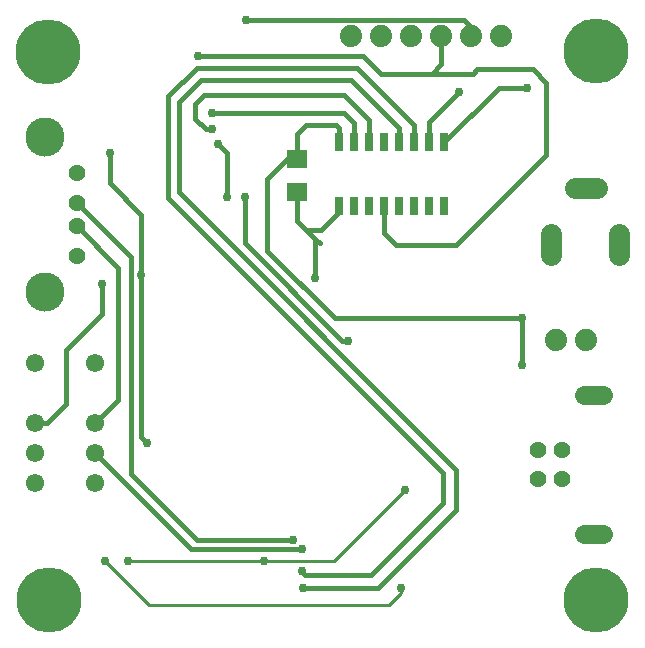
<source format=gbr>
G04 EAGLE Gerber RS-274X export*
G75*
%MOMM*%
%FSLAX34Y34*%
%LPD*%
%INBottom Copper*%
%IPPOS*%
%AMOC8*
5,1,8,0,0,1.08239X$1,22.5*%
G01*
%ADD10C,1.800000*%
%ADD11C,1.550000*%
%ADD12C,3.316000*%
%ADD13C,1.428000*%
%ADD14C,1.600000*%
%ADD15R,0.635000X1.524000*%
%ADD16R,1.800000X1.600000*%
%ADD17C,1.879600*%
%ADD18C,5.500000*%
%ADD19C,0.756400*%
%ADD20C,0.406400*%
%ADD21C,0.254000*%


D10*
X526800Y334800D02*
X526800Y352800D01*
X468800Y352800D02*
X468800Y334800D01*
X489800Y391800D02*
X507800Y391800D01*
D11*
X32030Y243400D03*
X32030Y192600D03*
X32030Y167200D03*
X32030Y141800D03*
X82830Y243400D03*
X82830Y192600D03*
X82830Y167200D03*
X82830Y141800D03*
D12*
X40700Y434900D03*
X40700Y303500D03*
D13*
X67800Y359200D03*
X67800Y379200D03*
X67800Y334200D03*
X67800Y404200D03*
X458220Y169940D03*
X458220Y144940D03*
X478220Y144940D03*
X478220Y169940D03*
D14*
X497320Y98440D02*
X513320Y98440D01*
X513320Y216440D02*
X497320Y216440D01*
D15*
X302540Y430440D03*
X327940Y376540D03*
X289840Y430440D03*
X315240Y430440D03*
X327940Y430440D03*
X315240Y376540D03*
X340640Y376540D03*
X353340Y376540D03*
X353340Y430440D03*
X378740Y376540D03*
X340640Y430440D03*
X366040Y430440D03*
X366040Y376540D03*
X378740Y430440D03*
X302540Y376540D03*
X289840Y376540D03*
D16*
X254280Y416220D03*
X254280Y388220D03*
D17*
X300000Y520330D03*
X325400Y520330D03*
X350800Y520330D03*
X376200Y520330D03*
X401600Y520330D03*
X427000Y520330D03*
X499060Y263280D03*
X473660Y263280D03*
D18*
X43780Y42800D03*
X506920Y43070D03*
X507250Y507600D03*
X43180Y506680D03*
D19*
X444780Y242200D03*
X444780Y281570D03*
D20*
X444780Y242200D01*
D19*
X127280Y176160D03*
D20*
X122200Y181240D01*
D19*
X95530Y421270D03*
D20*
X122200Y318400D02*
X122200Y181240D01*
X122200Y318400D02*
X122200Y369200D01*
X95530Y395870D01*
X95530Y421270D01*
D19*
X122200Y318400D03*
X211100Y534300D03*
D20*
X289840Y442860D02*
X289840Y430440D01*
X289840Y442860D02*
X287300Y445400D01*
X261900Y445400D02*
X254280Y437780D01*
X254280Y416220D01*
X261900Y445400D02*
X287300Y445400D01*
X254280Y416220D02*
X245420Y416220D01*
X228880Y399680D01*
X286030Y281570D02*
X444780Y281570D01*
X228880Y338720D02*
X228880Y399680D01*
X228880Y338720D02*
X286030Y281570D01*
X211100Y534300D02*
X395700Y534300D01*
X401600Y528400D02*
X401600Y520330D01*
X401600Y528400D02*
X395700Y534300D01*
D19*
X345720Y136380D03*
D21*
X285170Y75830D01*
D19*
X226340Y75830D03*
D21*
X285170Y75830D01*
X226340Y75830D02*
X110770Y75830D01*
D19*
X110770Y75830D03*
X258090Y85990D03*
D20*
X164110Y85990D01*
X82900Y167200D02*
X82830Y167200D01*
X82900Y167200D02*
X164110Y85990D01*
X82830Y192600D02*
X102700Y212470D01*
X102700Y324300D02*
X67800Y359200D01*
X102700Y324300D02*
X102700Y212470D01*
D19*
X250470Y93610D03*
D20*
X113310Y333690D02*
X67800Y379200D01*
X169190Y93610D02*
X250470Y93610D01*
X169190Y93610D02*
X113310Y149490D01*
X113310Y333690D01*
D19*
X89180Y310780D03*
D20*
X89180Y285380D01*
X58700Y209180D02*
X42120Y192600D01*
X32030Y192600D01*
X58700Y254900D02*
X89180Y285380D01*
X58700Y254900D02*
X58700Y209180D01*
D19*
X259360Y52970D03*
D20*
X340640Y430440D02*
X340640Y442860D01*
X300000Y483500D01*
X173000Y483500D01*
X153950Y464450D01*
X153950Y388250D01*
X388900Y153300D01*
X388900Y119010D01*
X322860Y52970D02*
X259360Y52970D01*
X322860Y52970D02*
X388900Y119010D01*
X316510Y64400D02*
X260630Y64400D01*
X353340Y430440D02*
X353340Y445400D01*
X377470Y125360D02*
X316510Y64400D01*
X377470Y125360D02*
X377470Y150760D01*
X145060Y383170D01*
X145060Y469530D01*
X169190Y493660D01*
X305080Y493660D01*
X353340Y445400D01*
D19*
X258316Y67000D03*
D20*
X258316Y66714D02*
X260630Y64400D01*
X258316Y66714D02*
X258316Y67000D01*
D19*
X186970Y428890D03*
X194590Y384440D03*
D20*
X194590Y421270D01*
X186970Y428890D01*
D19*
X91720Y75830D03*
D21*
X128550Y39000D01*
X331750Y39000D01*
X341910Y49160D01*
X341910Y52970D01*
D19*
X341910Y52970D03*
D20*
X254280Y364120D02*
X254280Y388220D01*
X254280Y364120D02*
X261900Y356500D01*
X274600Y356500D01*
X289840Y371740D02*
X289840Y376540D01*
X289840Y371740D02*
X274600Y356500D01*
X269520Y348880D02*
X273330Y345070D01*
D19*
X269520Y315860D03*
D20*
X269520Y348880D01*
X261900Y356500D01*
D19*
X209830Y384440D03*
D20*
X209830Y345070D01*
X292380Y262520D01*
X297460Y262520D01*
D19*
X297460Y262520D03*
X181890Y441590D03*
D20*
X315240Y449210D02*
X315240Y430440D01*
X175540Y470800D02*
X167920Y463180D01*
X167920Y450480D01*
X176810Y441590D02*
X181890Y441590D01*
X293650Y470800D02*
X315240Y449210D01*
X293650Y470800D02*
X175540Y470800D01*
X167920Y450480D02*
X176810Y441590D01*
D19*
X181890Y455560D03*
D20*
X302540Y446670D02*
X302540Y430440D01*
X293650Y455560D02*
X181890Y455560D01*
X293650Y455560D02*
X302540Y446670D01*
D19*
X449240Y476530D03*
D20*
X424830Y476530D02*
X378740Y430440D01*
X424830Y476530D02*
X449240Y476530D01*
D19*
X391440Y473340D03*
D20*
X366040Y447940D01*
X366040Y430440D01*
X327940Y376540D02*
X327940Y357740D01*
D19*
X170460Y503820D03*
D20*
X327940Y376540D02*
X327940Y353960D01*
X338100Y343800D01*
X388900Y343800D01*
X465100Y480960D02*
X453670Y492390D01*
X406680Y492390D01*
X402870Y488580D01*
X368300Y488580D01*
X325400Y488580D01*
X465100Y420000D02*
X388900Y343800D01*
X465100Y420000D02*
X465100Y480960D01*
X325400Y488580D02*
X310160Y503820D01*
X170460Y503820D01*
X376200Y496480D02*
X376200Y520330D01*
X376200Y496480D02*
X368300Y488580D01*
M02*

</source>
